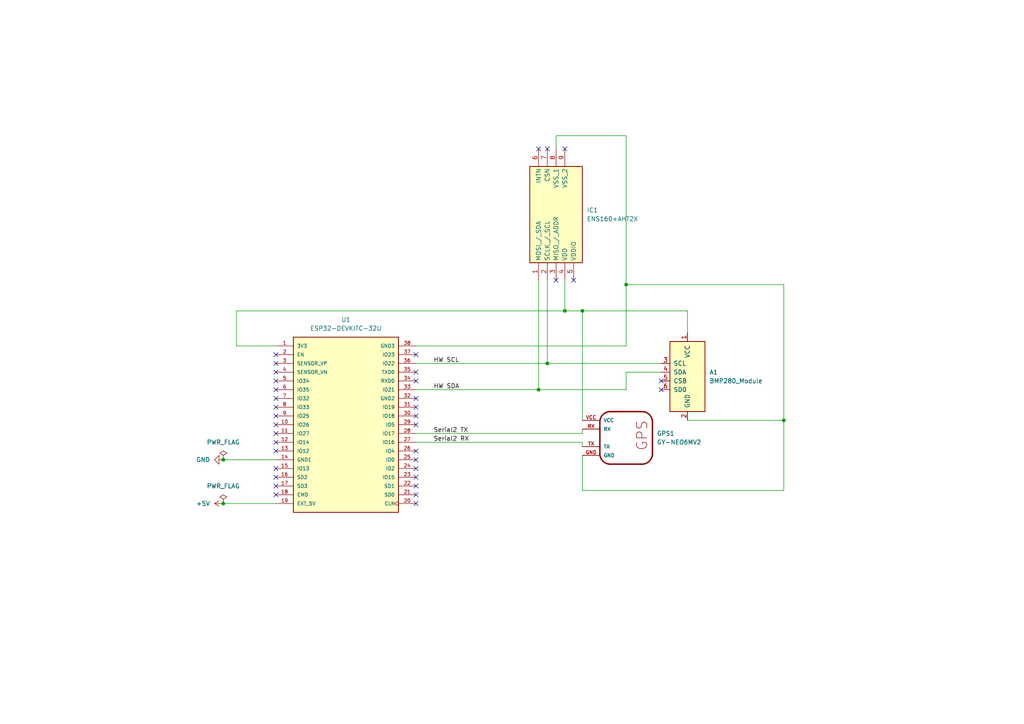
<source format=kicad_sch>
(kicad_sch (version 20230121) (generator eeschema)
  (paper "A4")
  (title_block (title "Green Ferret IoT") (date "2023-09-05") (rev "1.0") (company "IT Landfill"))
  (lib_symbols
    (symbol "Charleslabs_Parts:BMP280_Module" (pin_names (offset 1.016))
      (property "Reference" "A" (at -5.08 11.43 0))
      (property "Value" "BMP280_Module" (at 8.89 11.43 0))
      (symbol "BMP280_Module_0_1"
        (rectangle (start -5.08 10.16) (end 5.08 -10.16) (stroke (width 0.254)) (fill (type background)))
      )
      (symbol "BMP280_Module_1_1"
        (pin power_in line (at 0 12.7 270) (length 2.54) (name "VCC") (number "1"))
        (pin power_in line (at 0 -12.7 90) (length 2.54) (name "GND") (number "2"))
        (pin input line (at -7.62 3.81 0) (length 2.54) (name "SCL") (number "3"))
        (pin bidirectional line (at -7.62 1.27 0) (length 2.54) (name "SDA") (number "4"))
        (pin input line (at -7.62 -1.27 0) (length 2.54) (name "CSB") (number "5"))
        (pin input line (at -7.62 -3.81 0) (length 2.54) (name "SD0") (number "6"))
      )
    )
    (symbol "ENS160-BGLT:ENS160-BGLT"
      (property "Reference" "IC" (at 34.29 7.62 0))
      (property "Value" "ENS160-BGLT" (at 34.29 5.08 0))
      (symbol "ENS160-BGLT_1_1"
        (rectangle (start 5.08 2.54) (end 33.02 -12.7) (stroke (width 0.254)) (fill (type background)))
        (pin passive line (at 0 0 0) (length 5.08) (name "MOSI_/_SDA") (number "1"))
        (pin passive line (at 0 -2.54 0) (length 5.08) (name "SCLK_/_SCL") (number "2"))
        (pin passive line (at 0 -5.08 0) (length 5.08) (name "MISO_/_ADDR") (number "3"))
        (pin passive line (at 0 -7.62 0) (length 5.08) (name "VDD") (number "4"))
        (pin passive line (at 0 -10.16 0) (length 5.08) (name "VDDIO") (number "5"))
        (pin passive line (at 38.1 0 180) (length 5.08) (name "INTN") (number "6"))
        (pin passive line (at 38.1 -2.54 180) (length 5.08) (name "CSN") (number "7"))
        (pin passive line (at 38.1 -5.08 180) (length 5.08) (name "VSS_1") (number "8"))
        (pin passive line (at 38.1 -7.62 180) (length 5.08) (name "VSS_2") (number "9"))
      )
    )
    (symbol "ESP32-DEVKITC-32U:ESP32-DEVKITC-32U" (pin_names (offset 1.016))
      (property "Reference" "U" (at -15.2572 26.0643 0))
      (property "Value" "ESP32-DEVKITC-32U" (at -15.2563 -27.9698 0))
      (symbol "ESP32-DEVKITC-32U_0_0"
        (rectangle (start -15.24 -25.4) (end 15.24 25.4) (stroke (width 0.254)) (fill (type background)))
        (pin power_in line (at -20.32 22.86 0) (length 5.08) (name "3V3") (number "1"))
        (pin bidirectional line (at -20.32 0 0) (length 5.08) (name "IO26") (number "10"))
        (pin bidirectional line (at -20.32 -2.54 0) (length 5.08) (name "IO27") (number "11"))
        (pin bidirectional line (at -20.32 -5.08 0) (length 5.08) (name "IO14") (number "12"))
        (pin bidirectional line (at -20.32 -7.62 0) (length 5.08) (name "IO12") (number "13"))
        (pin power_in line (at -20.32 -10.16 0) (length 5.08) (name "GND1") (number "14"))
        (pin bidirectional line (at -20.32 -12.7 0) (length 5.08) (name "IO13") (number "15"))
        (pin bidirectional line (at -20.32 -15.24 0) (length 5.08) (name "SD2") (number "16"))
        (pin bidirectional line (at -20.32 -17.78 0) (length 5.08) (name "SD3") (number "17"))
        (pin bidirectional line (at -20.32 -20.32 0) (length 5.08) (name "CMD") (number "18"))
        (pin power_in line (at -20.32 -22.86 0) (length 5.08) (name "EXT_5V") (number "19"))
        (pin input line (at -20.32 20.32 0) (length 5.08) (name "EN") (number "2"))
        (pin input clock (at 20.32 -22.86 180) (length 5.08) (name "CLK") (number "20"))
        (pin bidirectional line (at 20.32 -20.32 180) (length 5.08) (name "SD0") (number "21"))
        (pin bidirectional line (at 20.32 -17.78 180) (length 5.08) (name "SD1") (number "22"))
        (pin bidirectional line (at 20.32 -15.24 180) (length 5.08) (name "IO15") (number "23"))
        (pin bidirectional line (at 20.32 -12.7 180) (length 5.08) (name "IO2") (number "24"))
        (pin bidirectional line (at 20.32 -10.16 180) (length 5.08) (name "IO0") (number "25"))
        (pin bidirectional line (at 20.32 -7.62 180) (length 5.08) (name "IO4") (number "26"))
        (pin bidirectional line (at 20.32 -5.08 180) (length 5.08) (name "IO16") (number "27"))
        (pin bidirectional line (at 20.32 -2.54 180) (length 5.08) (name "IO17") (number "28"))
        (pin bidirectional line (at 20.32 0 180) (length 5.08) (name "IO5") (number "29"))
        (pin input line (at -20.32 17.78 0) (length 5.08) (name "SENSOR_VP") (number "3"))
        (pin bidirectional line (at 20.32 2.54 180) (length 5.08) (name "IO18") (number "30"))
        (pin bidirectional line (at 20.32 5.08 180) (length 5.08) (name "IO19") (number "31"))
        (pin power_in line (at 20.32 7.62 180) (length 5.08) (name "GND2") (number "32"))
        (pin bidirectional line (at 20.32 10.16 180) (length 5.08) (name "IO21") (number "33"))
        (pin input line (at 20.32 12.7 180) (length 5.08) (name "RXD0") (number "34"))
        (pin output line (at 20.32 15.24 180) (length 5.08) (name "TXD0") (number "35"))
        (pin bidirectional line (at 20.32 17.78 180) (length 5.08) (name "IO22") (number "36"))
        (pin bidirectional line (at 20.32 20.32 180) (length 5.08) (name "IO23") (number "37"))
        (pin power_in line (at 20.32 22.86 180) (length 5.08) (name "GND3") (number "38"))
        (pin input line (at -20.32 15.24 0) (length 5.08) (name "SENSOR_VN") (number "4"))
        (pin bidirectional line (at -20.32 12.7 0) (length 5.08) (name "IO34") (number "5"))
        (pin bidirectional line (at -20.32 10.16 0) (length 5.08) (name "IO35") (number "6"))
        (pin bidirectional line (at -20.32 7.62 0) (length 5.08) (name "IO32") (number "7"))
        (pin bidirectional line (at -20.32 5.08 0) (length 5.08) (name "IO33") (number "8"))
        (pin bidirectional line (at -20.32 2.54 0) (length 5.08) (name "IO25") (number "9"))
      )
    )
    (symbol "GY-NEO6MV2:GY-NEO6MV2" (pin_names (offset 1.016))
      (property "Reference" "GPS" (at -5.08 7.874 0))
      (property "Value" "GY-NEO6MV2" (at -4.826 -9.144 0))
      (symbol "GY-NEO6MV2_0_0"
        (arc (start -7.62 -4.62) (mid -6.7413 -6.7413) (end -4.62 -7.62) (stroke (width 0.4064)))
        (arc (start -4.62 7.62) (mid -6.7413 6.7413) (end -7.62 4.62) (stroke (width 0.4064)))
        (polyline (pts (xy -7.62 4.62) (xy -7.62 -4.62)) (stroke (width 0.4064)))
        (polyline (pts (xy -4.62 -7.62) (xy 4.62 -7.62)) (stroke (width 0.4064)))
        (polyline (pts (xy 4.62 7.62) (xy -4.62 7.62)) (stroke (width 0.4064)))
        (polyline (pts (xy 7.62 -4.62) (xy 7.62 4.62)) (stroke (width 0.4064)))
        (arc (start 4.62 -7.62) (mid 6.7413 -6.7413) (end 7.62 -4.62) (stroke (width 0.4064)))
        (arc (start 7.62 4.62) (mid 6.7413 6.7413) (end 4.62 7.62) (stroke (width 0.4064)))
        (text "GPS" (at 6.35 -3.81 900) (effects (font (size 3 3)) (justify left bottom)))
        (pin power_in line (at -12.7 -5.08 0) (length 5.08) (name "GND") (number "GND"))
        (pin bidirectional line (at -12.7 2.54 0) (length 5.08) (name "RX") (number "RX"))
        (pin bidirectional line (at -12.7 -2.54 0) (length 5.08) (name "TX") (number "TX"))
        (pin power_in line (at -12.7 5.08 0) (length 5.08) (name "VCC") (number "VCC"))
      )
    )
    (symbol "power:+5V" (power) (pin_names (offset 0))
      (property "Value" "+5V" (at 0 3.556 0))
      (symbol "+5V_0_1"
        (polyline (pts (xy -0.762 1.27) (xy 0 2.54)))
        (polyline (pts (xy 0 0) (xy 0 2.54)))
        (polyline (pts (xy 0 2.54) (xy 0.762 1.27)))
      )
      (symbol "+5V_1_1"
        (pin power_in line (at 0 0 90) (length 0) hide (name "+5V") (number "1"))
      )
    )
    (symbol "power:GND" (power) (pin_names (offset 0))
      (property "Value" "GND" (at 0 -3.81 0))
      (symbol "GND_0_1"
        (polyline (pts (xy 0 0) (xy 0 -1.27) (xy 1.27 -1.27) (xy 0 -2.54) (xy -1.27 -1.27) (xy 0 -1.27)))
      )
      (symbol "GND_1_1"
        (pin power_in line (at 0 0 270) (length 0) hide (name "GND") (number "1"))
      )
    )
    (symbol "power:PWR_FLAG" (power) (pin_numbers hide) (pin_names (offset 0) hide)
      (property "Value" "PWR_FLAG" (at 0 3.81 0))
      (symbol "PWR_FLAG_0_0"
        (pin power_out line (at 0 0 90) (length 0) (name "pwr") (number "1"))
      )
      (symbol "PWR_FLAG_0_1"
        (polyline (pts (xy 0 0) (xy 0 1.27) (xy -1.016 1.905) (xy 0 2.54) (xy 1.016 1.905) (xy 0 1.27)))
      )
    )
  )
  (junction (at 168.91 90.17))
  (junction (at 64.77 146.05))
  (junction (at 158.75 105.41))
  (junction (at 163.83 90.17))
  (junction (at 181.61 82.55))
  (junction (at 227.33 121.92))
  (junction (at 64.77 133.35))
  (junction (at 156.21 113.03))
  (no_connect (at 80.01 135.89))
  (no_connect (at 120.65 135.89))
  (no_connect (at 120.65 102.87))
  (no_connect (at 120.65 138.43))
  (no_connect (at 80.01 110.49))
  (no_connect (at 80.01 105.41))
  (no_connect (at 158.75 43.18))
  (no_connect (at 120.65 115.57))
  (no_connect (at 80.01 118.11))
  (no_connect (at 80.01 125.73))
  (no_connect (at 80.01 115.57))
  (no_connect (at 80.01 140.97))
  (no_connect (at 80.01 130.81))
  (no_connect (at 120.65 123.19))
  (no_connect (at 163.83 43.18))
  (no_connect (at 156.21 43.18))
  (no_connect (at 80.01 113.03))
  (no_connect (at 161.29 81.28))
  (no_connect (at 120.65 146.05))
  (no_connect (at 80.01 102.87))
  (no_connect (at 80.01 128.27))
  (no_connect (at 120.65 107.95))
  (no_connect (at 120.65 118.11))
  (no_connect (at 120.65 133.35))
  (no_connect (at 120.65 140.97))
  (no_connect (at 120.65 143.51))
  (no_connect (at 120.65 130.81))
  (no_connect (at 191.77 110.49))
  (no_connect (at 166.37 81.28))
  (no_connect (at 80.01 120.65))
  (no_connect (at 191.77 113.03))
  (no_connect (at 120.65 120.65))
  (no_connect (at 80.01 123.19))
  (no_connect (at 120.65 110.49))
  (no_connect (at 80.01 143.51))
  (no_connect (at 80.01 138.43))
  (no_connect (at 80.01 107.95))
  (wire (pts (xy 158.75 105.41) (xy 191.77 105.41)))
  (wire (pts (xy 227.33 82.55) (xy 227.33 121.92)))
  (wire (pts (xy 168.91 132.08) (xy 168.91 142.24)))
  (wire (pts (xy 64.77 133.35) (xy 80.01 133.35)))
  (wire (pts (xy 120.65 113.03) (xy 156.21 113.03)))
  (wire (pts (xy 64.77 146.05) (xy 80.01 146.05)))
  (wire (pts (xy 120.65 100.33) (xy 181.61 100.33)))
  (wire (pts (xy 181.61 107.95) (xy 191.77 107.95)))
  (wire (pts (xy 161.29 43.18) (xy 161.29 39.37)))
  (wire (pts (xy 168.91 90.17) (xy 163.83 90.17)))
  (wire (pts (xy 163.83 81.28) (xy 163.83 90.17)))
  (wire (pts (xy 80.01 100.33) (xy 68.58 100.33)))
  (wire (pts (xy 227.33 121.92) (xy 199.39 121.92)))
  (wire (pts (xy 120.65 128.27) (xy 168.91 128.27)))
  (wire (pts (xy 168.91 90.17) (xy 199.39 90.17)))
  (wire (pts (xy 181.61 82.55) (xy 227.33 82.55)))
  (wire (pts (xy 168.91 128.27) (xy 168.91 129.54)))
  (wire (pts (xy 199.39 90.17) (xy 199.39 96.52)))
  (wire (pts (xy 181.61 100.33) (xy 181.61 82.55)))
  (wire (pts (xy 161.29 39.37) (xy 181.61 39.37)))
  (wire (pts (xy 156.21 81.28) (xy 156.21 113.03)))
  (wire (pts (xy 181.61 113.03) (xy 181.61 107.95)))
  (wire (pts (xy 168.91 125.73) (xy 168.91 124.46)))
  (wire (pts (xy 120.65 125.73) (xy 168.91 125.73)))
  (wire (pts (xy 156.21 113.03) (xy 181.61 113.03)))
  (wire (pts (xy 120.65 105.41) (xy 158.75 105.41)))
  (wire (pts (xy 168.91 142.24) (xy 227.33 142.24)))
  (wire (pts (xy 158.75 81.28) (xy 158.75 105.41)))
  (wire (pts (xy 168.91 90.17) (xy 168.91 121.92)))
  (wire (pts (xy 68.58 90.17) (xy 163.83 90.17)))
  (wire (pts (xy 227.33 121.92) (xy 227.33 142.24)))
  (wire (pts (xy 181.61 39.37) (xy 181.61 82.55)))
  (wire (pts (xy 68.58 100.33) (xy 68.58 90.17)))
  (label "Serial2 RX" (at 125.73 128.27 0))
  (label "Serial2 TX" (at 125.73 125.73 0))
  (label "HW SCL" (at 125.73 105.41 0))
  (label "HW SDA" (at 125.73 113.03 0))
  (symbol (lib_id "power:PWR_FLAG") (at 64.77 146.05 0) (unit 1)
    (property "Reference" "#FLG02" (effects hide))
    (property "Value" "PWR_FLAG" (at 64.77 140.97 0))
  )
  (symbol (lib_id "power:GND") (at 64.77 133.35 270) (unit 1)
    (property "Reference" "#PWR02" (effects hide))
    (property "Value" "GND" (at 60.96 133.35 90) (effects (justify right)))
  )
  (symbol (lib_id "ESP32-DEVKITC-32U:ESP32-DEVKITC-32U") (at 100.33 123.19 0) (unit 1)
    (property "Reference" "U1" (at 100.33 92.71 0))
    (property "Value" "ESP32-DEVKITC-32U" (at 100.33 95.25 0))
    (property "Footprint" "ESP32-DEVKITC-32U:MODULE_ESP32-DEVKITC-32U" (effects hide))
    (property "MF" "Espressif Systems" (effects hide))
    (property "Description" "\nESP32-WROOM-32UE series Transceiver; 802.11 b/g/n (Wi-Fi, WiFi, WLAN), Bluetooth® Smart Ready 4.x Dual Mode Evaluation Board\n" (effects hide))
    (property "Package" "CUSTOM-38 ESPRESSIF" (effects hide))
    (property "Price" "None" (effects hide))
    (property "Check_prices" "https://www.snapeda.com/parts/ESP32-DEVKITC-32U/Espressif+Systems/view-part/?ref=eda" (effects hide))
    (property "STANDARD" "Manufacturer Recommendations" (effects hide))
    (property "PARTREV" "N/A" (effects hide))
    (property "SnapEDA_Link" "https://www.snapeda.com/parts/ESP32-DEVKITC-32U/Espressif+Systems/view-part/?ref=snap" (effects hide))
    (property "MP" "ESP32-DEVKITC-32U" (effects hide))
    (property "Purchase-URL" "https://www.snapeda.com/api/url_track_click_mouser/?unipart_id=2781909&manufacturer=Espressif Systems&part_name=ESP32-DEVKITC-32U&search_term=None" (effects hide))
    (property "Availability" "In Stock" (effects hide))
    (property "MANUFACTURER" "ESPRESSIF" (effects hide))
  )
  (symbol (lib_id "GY-NEO6MV2:GY-NEO6MV2") (at 181.61 127 0) (unit 1)
    (property "Reference" "GPS1" (at 190.5 125.73 0) (effects (justify left)))
    (property "Value" "GY-NEO6MV2" (at 190.5 128.27 0) (effects (justify left)))
    (property "Footprint" "GY-NEO6MV2:GY-GPS6MV2" (effects hide))
    (property "MF" "Ublox" (effects hide))
    (property "Description" "\nThe NEO-6 module series is a family of stand-alone GPS receivers featuring the high performance u-blox 6\npositioning engine.\n" (effects hide))
    (property "Package" "Package" (effects hide))
    (property "Price" "None" (effects hide))
    (property "SnapEDA_Link" "https://www.snapeda.com/parts/GY-NEO6MV2/Ublox/view-part/?ref=snap" (effects hide))
    (property "MP" "GY-NEO6MV2" (effects hide))
    (property "Availability" "Not in stock" (effects hide))
    (property "Check_prices" "https://www.snapeda.com/parts/GY-NEO6MV2/Ublox/view-part/?ref=eda" (effects hide))
  )
  (symbol (lib_id "power:+5V") (at 64.77 146.05 90) (unit 1)
    (property "Reference" "#PWR01" (effects hide))
    (property "Value" "+5V" (at 60.96 146.05 90) (effects (justify left)))
  )
  (symbol (lib_id "ENS160-BGLT:ENS160-BGLT") (at 156.21 81.28 90) (unit 1)
    (property "Reference" "IC1" (at 170.18 60.96 90) (effects (justify right)))
    (property "Value" "ENS160+AHT2X" (at 170.18 63.5 90) (effects (justify right)))
    (property "Footprint" "ENS160:ENS160BGLT" (effects hide))
    (property "Datasheet" "https://www.sciosense.com/wp-content/uploads/documents/SC-001224-DS-6-ENS160-Datasheet-Version-1.0-1.pdf" (effects hide))
    (property "Height" "0.9" (effects hide))
    (property "Manufacturer_Name" "ScioSense" (effects hide))
    (property "Manufacturer_Part_Number" "ENS160-BGLT" (effects hide))
    (property "Mouser Part Number" "135-ENS160-BGLT" (effects hide))
    (property "Mouser Price/Stock" "https://www.mouser.co.uk/ProductDetail/ScioSense/ENS160-BGLT?qs=DRkmTr78QAQdCF%2F7WcskoA%3D%3D" (effects hide))
  )
  (symbol (lib_id "Charleslabs_Parts:BMP280_Module") (at 199.39 109.22 0) (unit 1)
    (property "Reference" "A1" (at 205.74 107.95 0) (effects (justify left)))
    (property "Value" "BMP280_Module" (at 205.74 110.49 0) (effects (justify left)))
    (property "Footprint" "Charleslabs_Parts:BMP280_Module" (effects hide))
  )
  (symbol (lib_id "power:PWR_FLAG") (at 64.77 133.35 0) (unit 1)
    (property "Reference" "#FLG01" (effects hide))
    (property "Value" "PWR_FLAG" (at 64.77 128.27 0))
  )
)
</source>
